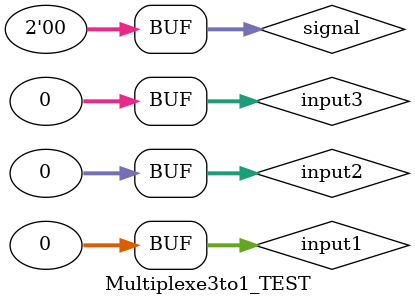
<source format=v>
`timescale 1ns / 1ps


module Multiplexe3to1_TEST;

	// Inputs
	reg [31:0] input1;
	reg [31:0] input2;
	reg [31:0] input3;
	reg [1:0] signal;

	// Outputs
	wire [31:0] result;

	// Instantiate the Unit Under Test (UUT)
	Multiplexer3to1 uut (
		.input1(input1), 
		.input2(input2), 
		.input3(input3), 
		.signal(signal), 
		.result(result)
	);

	initial begin
		// Initialize Inputs
		input1 = 0;
		input2 = 0;
		input3 = 0;
		signal = 0;

		// Wait 100 ns for global reset to finish
		#100;
        
		// Add stimulus here

	end
      
endmodule


</source>
